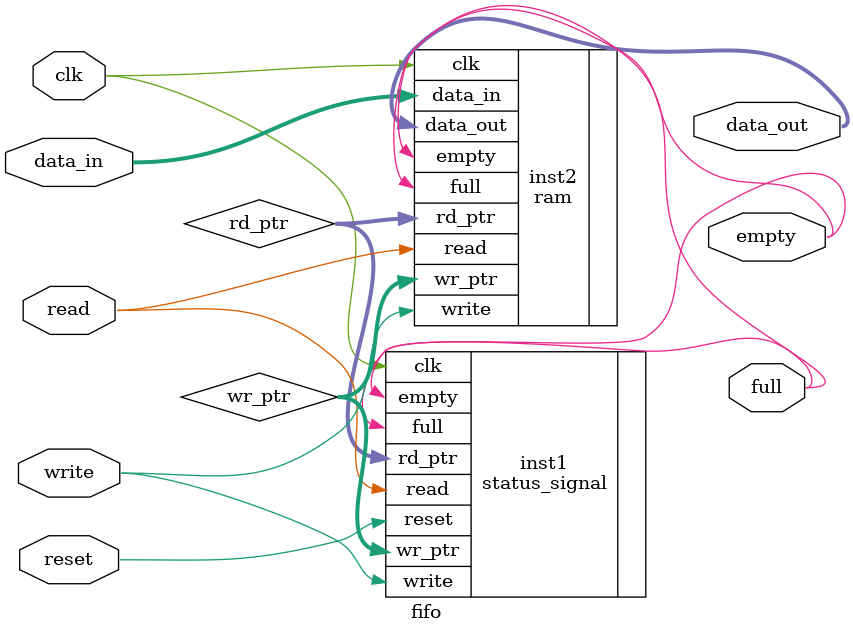
<source format=v>
module fifo 
#(
    parameter DATA_WIDTH = 8,
    parameter DATA_DEPTH = 13,
    parameter POINTER_WIDTH = 4
)
(
    input reset, clk, write, read,
    input [DATA_WIDTH - 1:0] data_in,

    output [DATA_WIDTH - 1:0] data_out,
    output full, empty
);

wire [POINTER_WIDTH-1:0] wr_ptr, rd_ptr;

status_signal #( DATA_DEPTH, POINTER_WIDTH) inst1 (
	.reset(reset), 
	.clk(clk), 
	.write(write), 
	.read(read), 
	.wr_ptr(wr_ptr), 
	.rd_ptr(rd_ptr), 
	.full(full), 
	.empty(empty)
	);

ram #(DATA_WIDTH, DATA_DEPTH,POINTER_WIDTH) inst2 (
	.clk(clk), 
	.write(write), 
	.read(read),
	.full(full), 
	.empty(empty),
	.wr_ptr(wr_ptr), 
	.rd_ptr(rd_ptr),  
	.data_in(data_in), 
	.data_out(data_out)
	);
endmodule
</source>
